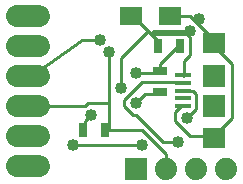
<source format=gbl>
G75*
G70*
%OFA0B0*%
%FSLAX24Y24*%
%IPPOS*%
%LPD*%
%AMOC8*
5,1,8,0,0,1.08239X$1,22.5*
%
%ADD10R,0.0551X0.0138*%
%ADD11R,0.0748X0.0709*%
%ADD12R,0.0748X0.0748*%
%ADD13R,0.0315X0.0472*%
%ADD14R,0.0472X0.0315*%
%ADD15R,0.0748X0.0630*%
%ADD16C,0.0740*%
%ADD17R,0.0740X0.0740*%
%ADD18C,0.0740*%
%ADD19C,0.0100*%
%ADD20C,0.0400*%
D10*
X007957Y002788D03*
X007957Y003044D03*
X007957Y003300D03*
X007957Y003556D03*
X007957Y003812D03*
D11*
X009000Y004875D03*
X009000Y001725D03*
D12*
X009000Y002800D03*
X009000Y003800D03*
D13*
X007854Y004800D03*
X007146Y004800D03*
X005354Y002000D03*
X004646Y002000D03*
D14*
X007200Y003246D03*
X007200Y003954D03*
D15*
X007550Y005800D03*
X006250Y005800D03*
D16*
X003170Y000800D02*
X002430Y000800D01*
X002430Y001800D02*
X003170Y001800D01*
X003170Y002800D02*
X002430Y002800D01*
X002430Y003800D02*
X003170Y003800D01*
X003170Y004800D02*
X002430Y004800D01*
X002430Y005800D02*
X003170Y005800D01*
D17*
X006400Y000700D03*
D18*
X007400Y000700D03*
X008400Y000700D03*
X009400Y000700D03*
D19*
X009000Y001725D02*
X009000Y001800D01*
X009600Y002400D01*
X009600Y004200D01*
X009000Y004800D01*
X009000Y004875D01*
X009000Y005000D01*
X008400Y005600D01*
X008500Y005700D01*
X008400Y005600D02*
X008200Y005800D01*
X007550Y005800D01*
X007000Y005300D02*
X008200Y005300D01*
X008100Y005200D02*
X006900Y005200D01*
X007000Y005300D01*
X006900Y005200D02*
X007100Y005000D01*
X007100Y004800D01*
X007146Y004800D01*
X006900Y005200D02*
X006800Y005300D01*
X005900Y004400D01*
X005900Y003400D01*
X006000Y003000D02*
X006600Y003600D01*
X007900Y003600D01*
X007957Y003556D01*
X008000Y003800D02*
X007957Y003812D01*
X008000Y003800D02*
X008000Y004300D01*
X008200Y004500D01*
X008200Y005100D01*
X008100Y005200D01*
X007854Y004800D02*
X007800Y004800D01*
X007200Y004200D01*
X007200Y003954D01*
X007200Y003900D01*
X006400Y003900D01*
X006700Y003200D02*
X006400Y002900D01*
X006000Y003000D02*
X006000Y002800D01*
X006300Y002500D01*
X006400Y002500D01*
X007300Y001600D01*
X007800Y001600D01*
X008200Y001800D02*
X009000Y001800D01*
X008200Y001800D02*
X007700Y002300D01*
X007700Y002600D01*
X007900Y002800D01*
X007957Y002788D01*
X008100Y002400D02*
X008400Y002700D01*
X008400Y003200D01*
X008300Y003300D01*
X007957Y003300D01*
X007200Y003246D02*
X007200Y003200D01*
X006700Y003200D01*
X005500Y002900D02*
X004800Y002900D01*
X004700Y002800D01*
X002800Y002800D01*
X002800Y003800D02*
X002900Y003800D01*
X004600Y005000D01*
X005200Y005000D01*
X005500Y004600D02*
X005500Y002900D01*
X005500Y002000D01*
X005354Y002000D01*
X005400Y002000D01*
X005500Y002000D02*
X006600Y002000D01*
X007400Y001200D01*
X007400Y000700D01*
X006600Y001500D02*
X004300Y001500D01*
X004646Y002000D02*
X004700Y002000D01*
X004700Y002300D01*
X004900Y002500D01*
X006800Y005300D02*
X006300Y005800D01*
X006250Y005800D01*
D20*
X005200Y005000D03*
X005500Y004600D03*
X006400Y003900D03*
X005900Y003400D03*
X006400Y002900D03*
X004900Y002500D03*
X004300Y001500D03*
X006600Y001500D03*
X007800Y001600D03*
X008100Y002400D03*
X008200Y005300D03*
X008500Y005700D03*
M02*

</source>
